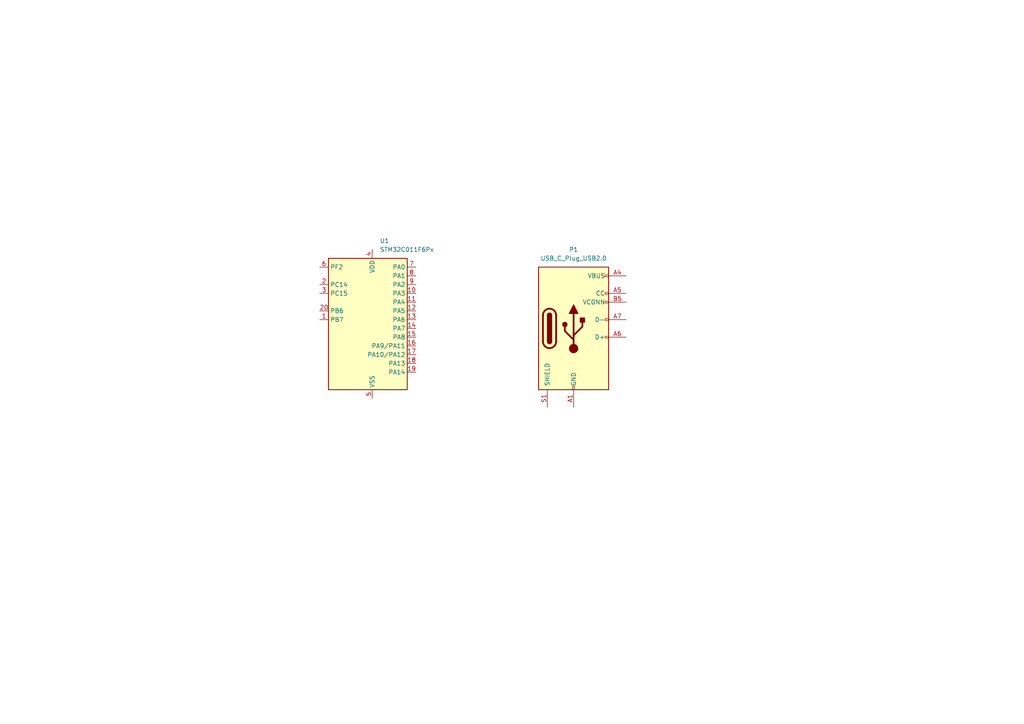
<source format=kicad_sch>
(kicad_sch (version 20231120) (generator "eeschema") (generator_version "8.0")
  (paper "A4")
  (lib_symbols
    (symbol "Connector:USB_C_Plug_USB2.0" (pin_names (offset 1.016))
      (property "Reference" "P" (at -10.16 19.05 0))
      (property "Value" "USB_C_Plug_USB2.0" (at 12.7 19.05 0))
      (symbol "USB_C_Plug_USB2.0_0_0"
        (rectangle (start -0.254 -17.78) (end 0.254 -16.764))
        (rectangle (start 10.16 -2.286) (end 9.144 -2.794))
        (rectangle (start 10.16 2.794) (end 9.144 2.286))
        (rectangle (start 10.16 7.874) (end 9.144 7.366))
        (rectangle (start 10.16 10.414) (end 9.144 9.906))
        (rectangle (start 10.16 15.494) (end 9.144 14.986))
      )
      (symbol "USB_C_Plug_USB2.0_0_1"
        (rectangle (start -10.16 17.78) (end 10.16 -17.78) (stroke (width 0.254)) (fill (type background)))
        (arc (start -8.89 -3.81) (mid -6.985 -5.7067) (end -5.08 -3.81) (stroke (width 0.508)))
        (arc (start -7.62 -3.81) (mid -6.985 -4.4423) (end -6.35 -3.81) (stroke (width 0.254)))
        (arc (start -7.62 -3.81) (mid -6.985 -4.4423) (end -6.35 -3.81) (stroke (width 0.254)) (fill (type outline)))
        (rectangle (start -7.62 -3.81) (end -6.35 3.81) (stroke (width 0.254)) (fill (type outline)))
        (arc (start -6.35 3.81) (mid -6.985 4.4423) (end -7.62 3.81) (stroke (width 0.254)))
        (arc (start -6.35 3.81) (mid -6.985 4.4423) (end -7.62 3.81) (stroke (width 0.254)) (fill (type outline)))
        (arc (start -5.08 3.81) (mid -6.985 5.7067) (end -8.89 3.81) (stroke (width 0.508)))
        (circle (center -2.54 1.143) (radius 0.635) (stroke (width 0.254)) (fill (type outline)))
        (circle (center 0 -5.842) (radius 1.27) (fill (type outline)))
        (polyline (pts (xy -8.89 -3.81) (xy -8.89 3.81)) (stroke (width 0.508)))
        (polyline (pts (xy -5.08 3.81) (xy -5.08 -3.81)) (stroke (width 0.508)))
        (polyline (pts (xy 0 -5.842) (xy 0 4.318)) (stroke (width 0.508)))
        (polyline (pts (xy 0 -3.302) (xy -2.54 -0.762) (xy -2.54 0.508)) (stroke (width 0.508)))
        (polyline (pts (xy 0 -2.032) (xy 2.54 0.508) (xy 2.54 1.778)) (stroke (width 0.508)))
        (polyline (pts (xy -1.27 4.318) (xy 0 6.858) (xy 1.27 4.318) (xy -1.27 4.318)) (stroke (width 0.254)) (fill (type outline)))
        (rectangle (start 1.905 1.778) (end 3.175 3.048) (stroke (width 0.254)) (fill (type outline)))
      )
      (symbol "USB_C_Plug_USB2.0_1_1"
        (pin passive line (at 0 -22.86 90) (length 5.08) (name "GND") (number "A1"))
        (pin passive line (at 0 -22.86 90) (length 5.08) hide (name "GND") (number "A12"))
        (pin passive line (at 15.24 15.24 180) (length 5.08) (name "VBUS") (number "A4"))
        (pin bidirectional line (at 15.24 10.16 180) (length 5.08) (name "CC") (number "A5"))
        (pin bidirectional line (at 15.24 -2.54 180) (length 5.08) (name "D+") (number "A6"))
        (pin bidirectional line (at 15.24 2.54 180) (length 5.08) (name "D-") (number "A7"))
        (pin passive line (at 15.24 15.24 180) (length 5.08) hide (name "VBUS") (number "A9"))
        (pin passive line (at 0 -22.86 90) (length 5.08) hide (name "GND") (number "B1"))
        (pin passive line (at 0 -22.86 90) (length 5.08) hide (name "GND") (number "B12"))
        (pin passive line (at 15.24 15.24 180) (length 5.08) hide (name "VBUS") (number "B4"))
        (pin bidirectional line (at 15.24 7.62 180) (length 5.08) (name "VCONN") (number "B5"))
        (pin passive line (at 15.24 15.24 180) (length 5.08) hide (name "VBUS") (number "B9"))
        (pin passive line (at -7.62 -22.86 90) (length 5.08) (name "SHIELD") (number "S1"))
      )
    )
    (symbol "MCU_ST_STM32C0:STM32C011F6Px"
      (property "Reference" "U" (at -10.16 21.59 0))
      (property "Value" "STM32C011F6Px" (at 5.08 21.59 0))
      (symbol "STM32C011F6Px_0_1"
        (rectangle (start -10.16 -17.78) (end 12.7 20.32) (stroke (width 0.254)) (fill (type background)))
      )
      (symbol "STM32C011F6Px_1_1"
        (pin bidirectional line (at -12.7 2.54 0) (length 2.54) (name "PB7") (number "1"))
        (pin bidirectional line (at 15.24 10.16 180) (length 2.54) (name "PA3") (number "10"))
        (pin bidirectional line (at 15.24 7.62 180) (length 2.54) (name "PA4") (number "11"))
        (pin bidirectional line (at 15.24 5.08 180) (length 2.54) (name "PA5") (number "12"))
        (pin bidirectional line (at 15.24 2.54 180) (length 2.54) (name "PA6") (number "13"))
        (pin bidirectional line (at 15.24 0 180) (length 2.54) (name "PA7") (number "14"))
        (pin bidirectional line (at 15.24 -2.54 180) (length 2.54) (name "PA8") (number "15"))
        (pin bidirectional line (at 15.24 -5.08 180) (length 2.54) (name "PA9/PA11") (number "16"))
        (pin bidirectional line (at 15.24 -7.62 180) (length 2.54) (name "PA10/PA12") (number "17"))
        (pin bidirectional line (at 15.24 -10.16 180) (length 2.54) (name "PA13") (number "18"))
        (pin bidirectional line (at 15.24 -12.7 180) (length 2.54) (name "PA14") (number "19"))
        (pin bidirectional line (at -12.7 12.7 0) (length 2.54) (name "PC14") (number "2"))
        (pin bidirectional line (at -12.7 5.08 0) (length 2.54) (name "PB6") (number "20"))
        (pin bidirectional line (at -12.7 10.16 0) (length 2.54) (name "PC15") (number "3"))
        (pin power_in line (at 2.54 22.86 270) (length 2.54) (name "VDD") (number "4"))
        (pin power_in line (at 2.54 -20.32 90) (length 2.54) (name "VSS") (number "5"))
        (pin bidirectional line (at -12.7 17.78 0) (length 2.54) (name "PF2") (number "6"))
        (pin bidirectional line (at 15.24 17.78 180) (length 2.54) (name "PA0") (number "7"))
        (pin bidirectional line (at 15.24 15.24 180) (length 2.54) (name "PA1") (number "8"))
        (pin bidirectional line (at 15.24 12.7 180) (length 2.54) (name "PA2") (number "9"))
      )
    )
  )
  (symbol (lib_id "Connector:USB_C_Plug_USB2.0") (at 166.37 95.25 0) (unit 1)
    (property "Reference" "P1" (at 166.37 72.39 0))
    (property "Value" "USB_C_Plug_USB2.0" (at 166.37 74.93 0))
    (property "Datasheet" "https://www.usb.org/sites/default/files/documents/usb_type-c.zip" (effects (hide yes)))
    (property "Description" "USB 2.0-only Type-C Plug connector" (effects (hide yes)))
  )
  (symbol (lib_id "MCU_ST_STM32C0:STM32C011F6Px") (at 105.41 95.25 0) (unit 1)
    (property "Reference" "U1" (at 110.1441 69.85 0) (effects (justify left)))
    (property "Value" "STM32C011F6Px" (at 110.1441 72.39 0) (effects (justify left)))
    (property "Footprint" "Package_SO:TSSOP-20_4.4x6.5mm_P0.65mm" (effects (hide yes)))
    (property "Datasheet" "https://www.st.com/resource/en/datasheet/stm32c011f6.pdf" (effects (hide yes)))
    (property "Description" "STMicroelectronics Arm Cortex-M0+ MCU, 32KB flash, 6KB RAM, 48 MHz, 2.0-3.6V, 18 GPIO, TSSOP20" (effects (hide yes)))
  )
)
</source>
